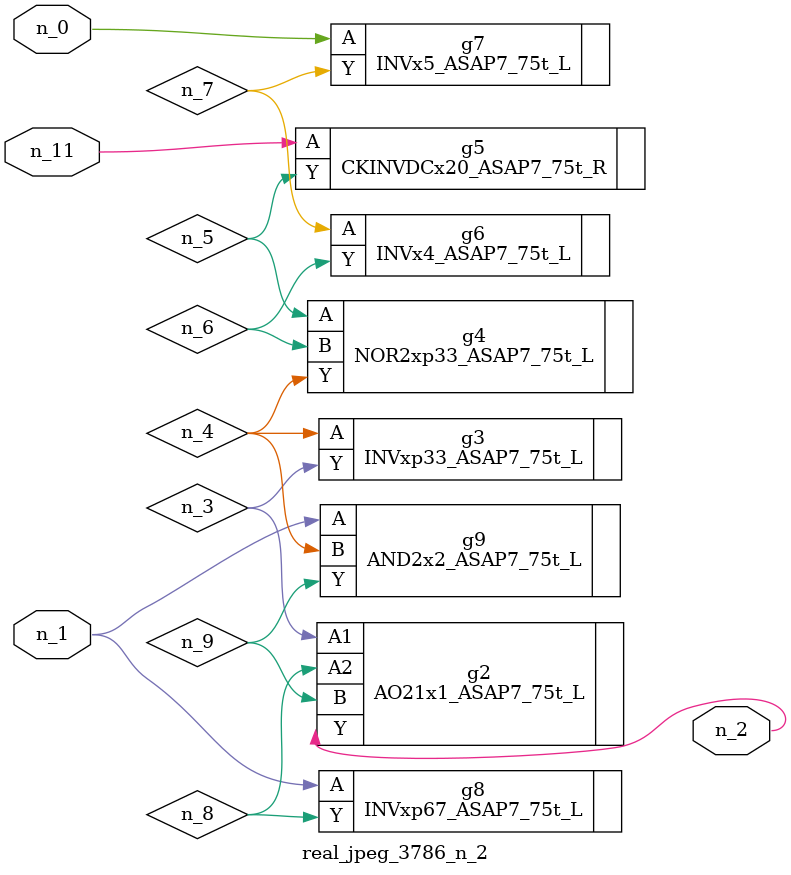
<source format=v>
module real_jpeg_3786_n_2 (n_1, n_11, n_0, n_2);

input n_1;
input n_11;
input n_0;

output n_2;

wire n_5;
wire n_8;
wire n_4;
wire n_6;
wire n_7;
wire n_3;
wire n_9;

INVx5_ASAP7_75t_L g7 ( 
.A(n_0),
.Y(n_7)
);

INVxp67_ASAP7_75t_L g8 ( 
.A(n_1),
.Y(n_8)
);

AND2x2_ASAP7_75t_L g9 ( 
.A(n_1),
.B(n_4),
.Y(n_9)
);

AO21x1_ASAP7_75t_L g2 ( 
.A1(n_3),
.A2(n_8),
.B(n_9),
.Y(n_2)
);

INVxp33_ASAP7_75t_L g3 ( 
.A(n_4),
.Y(n_3)
);

NOR2xp33_ASAP7_75t_L g4 ( 
.A(n_5),
.B(n_6),
.Y(n_4)
);

INVx4_ASAP7_75t_L g6 ( 
.A(n_7),
.Y(n_6)
);

CKINVDCx20_ASAP7_75t_R g5 ( 
.A(n_11),
.Y(n_5)
);


endmodule
</source>
